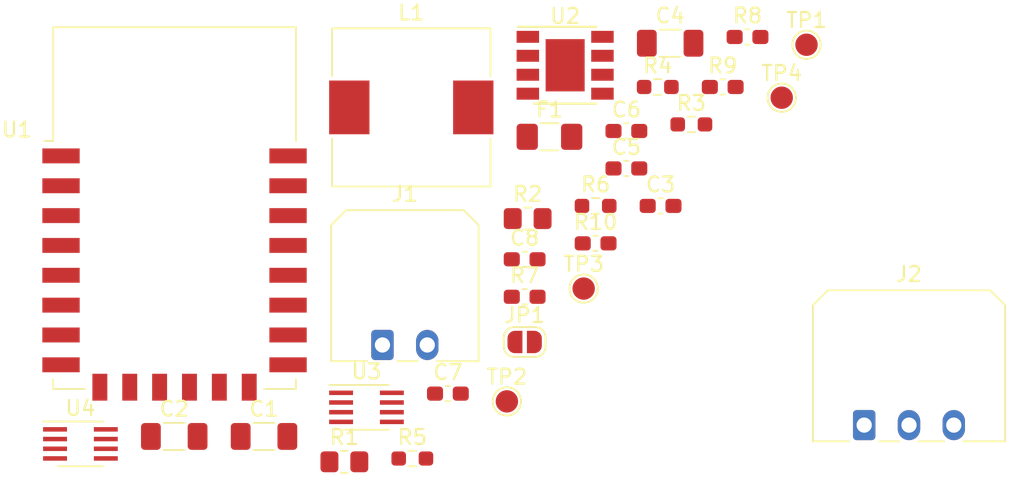
<source format=kicad_pcb>
(kicad_pcb (version 20211014) (generator pcbnew)
  (layers (0 "F.Cu" signal) (31 "B.Cu" signal) (34 "B.Paste" user) (35 "F.Paste" user) (36 "B.SilkS" user "B.Silkscreen") (37 "F.SilkS" user "F.Silkscreen") (38 "B.Mask" user) (39 "F.Mask" user) (44 "Edge.Cuts" user))
  (net 0 "")
  (net 1 "Net-(C1-Pad1)")
  (net 2 "GND")
  (net 3 "Net-(C2-Pad1)")
  (net 4 "Net-(C2-Pad2)")
  (net 5 "Net-(C3-Pad1)")
  (net 6 "Net-(C3-Pad2)")
  (net 7 "+5V")
  (net 8 "+3V3")
  (net 9 "VIN")
  (net 10 "ADC")
  (net 11 "Net-(R1-Pad2)")
  (net 12 "Net-(R3-Pad2)")
  (net 13 "Net-(R5-Pad1)")
  (net 14 "Net-(R7-Pad1)")
  (net 15 "WS2812B_GPIO_4")
  (net 16 "Net-(R8-Pad1)")
  (net 17 "WS2812B_GPIO_5")
  (net 18 "Net-(R9-Pad1)")
  (net 19 "WS2812B_GPIO_0")
  (net 20 "+3.3V")
  (net 21 "TX")
  (net 22 "RX")
  (net 26 "GPIO_14")
  (net 27 "GPIO_12")
  (net 28 "GPIO_13")
  (net 37 "GPIO_0")
  (net 38 "GPIO_4")
  (net 39 "GPIO_5")
  (footprint "Resistor_SMD:R_0603_1608Metric_Pad0.98x0.95mm_HandSolder" (layer "F.Cu") (at 69.25 167.05)
    (fp_text reference "R3" (at 0 -1.43) (layer "F.SilkS"))
    (fp_text value "10k")
    (fp_line (start -0.254724 -0.5225) (end 0.254724 -0.5225) (layer "F.SilkS") (width 0.12))
    (fp_line (start -0.254724 0.5225) (end 0.254724 0.5225) (layer "F.SilkS") (width 0.12))
    (pad "1" smd roundrect (at -0.9125 0) (size 0.975 0.95) (layers "F.Cu" "F.Paste" "F.Mask") (net 1 "Net-(C1-Pad1)"))
    (pad "2" smd roundrect (at 0.9125 0) (size 0.975 0.95) (layers "F.Cu" "F.Paste" "F.Mask") (net 12 "Net-(R3-Pad2)"))
  )
  (footprint "Capacitor_SMD:C_0603_1608Metric_Pad1.08x0.95mm_HandSolder" (layer "F.Cu") (at 64.9 167.49)
    (fp_text reference "C6" (at 0 -1.43) (layer "F.SilkS"))
    (fp_text value "100nF")
    (fp_line (start -0.146267 0.51) (end 0.146267 0.51) (layer "F.SilkS") (width 0.12))
    (fp_line (start -0.146267 -0.51) (end 0.146267 -0.51) (layer "F.SilkS") (width 0.12))
    (pad "1" smd roundrect (at -0.8625 0) (size 1.075 0.95) (layers "F.Cu" "F.Paste" "F.Mask") (net 2 "GND"))
    (pad "2" smd roundrect (at 0.8625 0) (size 1.075 0.95) (layers "F.Cu" "F.Paste" "F.Mask") (net 8 "+3V3"))
  )
  (footprint "Resistor_SMD:R_0603_1608Metric_Pad0.98x0.95mm_HandSolder" (layer "F.Cu") (at 50.57 189.44)
    (fp_text reference "R5" (at 0 -1.43) (layer "F.SilkS"))
    (fp_text value "10k")
    (fp_line (start -0.254724 -0.5225) (end 0.254724 -0.5225) (layer "F.SilkS") (width 0.12))
    (fp_line (start -0.254724 0.5225) (end 0.254724 0.5225) (layer "F.SilkS") (width 0.12))
    (pad "1" smd roundrect (at -0.9125 0) (size 0.975 0.95) (layers "F.Cu" "F.Paste" "F.Mask") (net 13 "Net-(R5-Pad1)"))
    (pad "2" smd roundrect (at 0.9125 0) (size 0.975 0.95) (layers "F.Cu" "F.Paste" "F.Mask") (net 2 "GND"))
  )
  (footprint "TestPoint:TestPoint_Pad_D1.5mm" (layer "F.Cu") (at 75.3 165.26)
    (fp_text reference "TP4" (at 0 -1.648) (layer "F.SilkS"))
    (fp_text value "GND")
    (fp_circle (center 0 0) (end 0 0.95) (layer "F.SilkS") (width 0.12) (fill none))
    (pad "1" smd circle (at 0 0) (size 1.5 1.5) (layers "F.Cu" "F.Mask") (net 2 "GND"))
  )
  (footprint "Package_SO:SSOP-8_2.95x2.8mm_P0.65mm" (layer "F.Cu") (at 47.5 186.01)
    (fp_text reference "U3" (at 0 -2.4) (layer "F.SilkS"))
    (fp_text value "TXS0102DCT")
    (fp_line (start 1.5 1.5) (end -1.5 1.5) (layer "F.SilkS") (width 0.12))
    (fp_line (start 1.5 -1.5) (end -2.5 -1.5) (layer "F.SilkS") (width 0.12))
    (pad "1" smd rect (at -1.7 -0.975 270) (size 0.3 1.6) (layers "F.Cu" "F.Paste" "F.Mask") (net 16 "Net-(R8-Pad1)"))
    (pad "2" smd rect (at -1.7 -0.325 270) (size 0.3 1.6) (layers "F.Cu" "F.Paste" "F.Mask") (net 2 "GND"))
    (pad "3" smd rect (at -1.7 0.325 270) (size 0.3 1.6) (layers "F.Cu" "F.Paste" "F.Mask") (net 8 "+3V3"))
    (pad "4" smd rect (at -1.7 0.975 270) (size 0.3 1.6) (layers "F.Cu" "F.Paste" "F.Mask") (net 39 "GPIO_5"))
    (pad "5" smd rect (at 1.7 0.975 270) (size 0.3 1.6) (layers "F.Cu" "F.Paste" "F.Mask") (net 38 "GPIO_4"))
    (pad "6" smd rect (at 1.7 0.325 270) (size 0.3 1.6) (layers "F.Cu" "F.Paste" "F.Mask") (net 8 "+3V3"))
    (pad "7" smd rect (at 1.7 -0.325 270) (size 0.3 1.6) (layers "F.Cu" "F.Paste" "F.Mask") (net 7 "+5V"))
    (pad "8" smd rect (at 1.7 -0.975 270) (size 0.3 1.6) (layers "F.Cu" "F.Paste" "F.Mask") (net 14 "Net-(R7-Pad1)"))
  )
  (footprint "Capacitor_SMD:C_0603_1608Metric_Pad1.08x0.95mm_HandSolder" (layer "F.Cu") (at 52.95 185.09)
    (fp_text reference "C7" (at 0 -1.43) (layer "F.SilkS"))
    (fp_text value "100nF")
    (fp_line (start -0.146267 0.51) (end 0.146267 0.51) (layer "F.SilkS") (width 0.12))
    (fp_line (start -0.146267 -0.51) (end 0.146267 -0.51) (layer "F.SilkS") (width 0.12))
    (pad "1" smd roundrect (at -0.8625 0) (size 1.075 0.95) (layers "F.Cu" "F.Paste" "F.Mask") (net 7 "+5V"))
    (pad "2" smd roundrect (at 0.8625 0) (size 1.075 0.95) (layers "F.Cu" "F.Paste" "F.Mask") (net 2 "GND"))
  )
  (footprint "Resistor_SMD:R_0603_1608Metric_Pad0.98x0.95mm_HandSolder" (layer "F.Cu") (at 67 164.54)
    (fp_text reference "R4" (at 0 -1.43) (layer "F.SilkS"))
    (fp_text value "6.8k")
    (fp_line (start -0.254724 -0.5225) (end 0.254724 -0.5225) (layer "F.SilkS") (width 0.12))
    (fp_line (start -0.254724 0.5225) (end 0.254724 0.5225) (layer "F.SilkS") (width 0.12))
    (pad "1" smd roundrect (at -0.9125 0) (size 0.975 0.95) (layers "F.Cu" "F.Paste" "F.Mask") (net 5 "Net-(C3-Pad1)"))
    (pad "2" smd roundrect (at 0.9125 0) (size 0.975 0.95) (layers "F.Cu" "F.Paste" "F.Mask") (net 2 "GND"))
  )
  (footprint "Capacitor_SMD:C_0603_1608Metric_Pad1.08x0.95mm_HandSolder" (layer "F.Cu") (at 58.09 178.6)
    (fp_text reference "R7" (at 0 -1.43) (layer "F.SilkS"))
    (fp_text value "300")
    (fp_line (start -0.146267 0.51) (end 0.146267 0.51) (layer "F.SilkS") (width 0.12))
    (fp_line (start -0.146267 -0.51) (end 0.146267 -0.51) (layer "F.SilkS") (width 0.12))
    (pad "1" smd roundrect (at -0.8625 0) (size 1.075 0.95) (layers "F.Cu" "F.Paste" "F.Mask") (net 14 "Net-(R7-Pad1)"))
    (pad "2" smd roundrect (at 0.8625 0) (size 1.075 0.95) (layers "F.Cu" "F.Paste" "F.Mask") (net 15 "WS2812B_GPIO_4"))
  )
  (footprint "RF_Module:ESP-12E" (layer "F.Cu") (at 34.65 172.66)
    (fp_text reference "U1" (at -10.56 -5.26) (layer "F.SilkS"))
    (fp_text value "ESP-12F")
    (fp_line (start 8.12 12.12) (end 6 12.12) (layer "F.SilkS") (width 0.12))
    (fp_line (start -8.12 -12.12) (end 8.12 -12.12) (layer "F.SilkS") (width 0.12))
    (fp_line (start -6 12.12) (end -8.12 12.12) (layer "F.SilkS") (width 0.12))
    (fp_line (start -8.12 12.12) (end -8.12 11.5) (layer "F.SilkS") (width 0.12))
    (fp_line (start 8.12 11.5) (end 8.12 12.12) (layer "F.SilkS") (width 0.12))
    (fp_line (start -8.12 -4.5) (end -8.12 -12.12) (layer "F.SilkS") (width 0.12))
    (fp_line (start -8.12 -4.5) (end -8.73 -4.5) (layer "F.SilkS") (width 0.12))
    (fp_line (start 8.12 -12.12) (end 8.12 -4.5) (layer "F.SilkS") (width 0.12))
    (pad "1" smd rect (at -7.6 -3.5) (size 2.5 1) (layers "F.Cu" "F.Paste" "F.Mask"))
    (pad "2" smd rect (at -7.6 -1.5) (size 2.5 1) (layers "F.Cu" "F.Paste" "F.Mask") (net 11 "Net-(R1-Pad2)"))
    (pad "3" smd rect (at -7.6 0.5) (size 2.5 1) (layers "F.Cu" "F.Paste" "F.Mask"))
    (pad "4" smd rect (at -7.6 2.5) (size 2.5 1) (layers "F.Cu" "F.Paste" "F.Mask"))
    (pad "5" smd rect (at -7.6 4.5) (size 2.5 1) (layers "F.Cu" "F.Paste" "F.Mask") (net 26 "GPIO_14"))
    (pad "6" smd rect (at -7.6 6.5) (size 2.5 1) (layers "F.Cu" "F.Paste" "F.Mask") (net 27 "GPIO_12"))
    (pad "7" smd rect (at -7.6 8.5) (size 2.5 1) (layers "F.Cu" "F.Paste" "F.Mask") (net 28 "GPIO_13"))
    (pad "8" smd rect (at -7.6 10.5) (size 2.5 1) (layers "F.Cu" "F.Paste" "F.Mask") (net 8 "+3V3"))
    (pad "9" smd rect (at -5 12) (size 1 1.8) (layers "F.Cu" "F.Paste" "F.Mask"))
    (pad "10" smd rect (at -3 12) (size 1 1.8) (layers "F.Cu" "F.Paste" "F.Mask"))
    (pad "11" smd rect (at -1 12) (size 1 1.8) (layers "F.Cu" "F.Paste" "F.Mask"))
    (pad "12" smd rect (at 1 12) (size 1 1.8) (layers "F.Cu" "F.Paste" "F.Mask"))
    (pad "13" smd rect (at 3 12) (size 1 1.8) (layers "F.Cu" "F.Paste" "F.Mask"))
    (pad "14" smd rect (at 5 12) (size 1 1.8) (layers "F.Cu" "F.Paste" "F.Mask"))
    (pad "15" smd rect (at 7.6 10.5) (size 2.5 1) (layers "F.Cu" "F.Paste" "F.Mask") (net 2 "GND"))
    (pad "16" smd rect (at 7.6 8.5) (size 2.5 1) (layers "F.Cu" "F.Paste" "F.Mask"))
    (pad "17" smd rect (at 7.6 6.5) (size 2.5 1) (layers "F.Cu" "F.Paste" "F.Mask"))
    (pad "18" smd rect (at 7.6 4.5) (size 2.5 1) (layers "F.Cu" "F.Paste" "F.Mask") (net 37 "GPIO_0"))
    (pad "19" smd rect (at 7.6 2.5) (size 2.5 1) (layers "F.Cu" "F.Paste" "F.Mask") (net 38 "GPIO_4"))
    (pad "20" smd rect (at 7.6 0.5) (size 2.5 1) (layers "F.Cu" "F.Paste" "F.Mask") (net 39 "GPIO_5"))
    (pad "21" smd rect (at 7.6 -1.5) (size 2.5 1) (layers "F.Cu" "F.Paste" "F.Mask") (net 22 "RX"))
    (pad "22" smd rect (at 7.6 -3.5) (size 2.5 1) (layers "F.Cu" "F.Paste" "F.Mask") (net 21 "TX"))
  )
  (footprint "Connector_Molex:Molex_Micro-Fit_3.0_43650-0300_1x03_P3.00mm_Horizontal" (layer "F.Cu") (at 80.82 187.2)
    (fp_text reference "J2" (at 3 -10.12) (layer "F.SilkS"))
    (fp_text value "Conn_01x03_Female")
    (fp_line (start -2.435 -9.03) (end 8.435 -9.03) (layer "F.SilkS") (width 0.12))
    (fp_line (start 3.651767 1.09) (end 5.348233 1.09) (layer "F.SilkS") (width 0.12))
    (fp_line (start 1.01 1.09) (end 2.348233 1.09) (layer "F.SilkS") (width 0.12))
    (fp_line (start -3.435 1.09) (end -1.01 1.09) (layer "F.SilkS") (width 0.12))
    (fp_line (start -3.435 1.09) (end -3.435 -8.03) (layer "F.SilkS") (width 0.12))
    (fp_line (start 9.435 1.09) (end 6.651767 1.09) (layer "F.SilkS") (width 0.12))
    (fp_line (start 9.435 -8.03) (end 9.435 1.09) (layer "F.SilkS") (width 0.12))
    (fp_line (start 8.435 -9.03) (end 9.435 -8.03) (layer "F.SilkS") (width 0.12))
    (fp_line (start -3.435 -8.03) (end -2.435 -9.03) (layer "F.SilkS") (width 0.12))
    (pad "" np_thru_hole circle (at 3 -4.32) (size 3 3) (drill 3) (layers *.Cu *.Mask))
    (pad "1" thru_hole roundrect (at 0 0) (size 1.5 2.02) (drill 1.02) (layers *.Cu *.Mask) (roundrect_rratio 0.166667) (net 7 "+5V"))
    (pad "2" thru_hole oval (at 3 0) (size 1.5 2.02) (drill 1.02) (layers *.Cu *.Mask) (net 2 "GND"))
    (pad "3" thru_hole oval (at 6 0) (size 1.5 2.02) (drill 1.02) (layers *.Cu *.Mask) (net 19 "WS2812B_GPIO_0"))
  )
  (footprint "Package_SO:Diodes_SO-8EP" (layer "F.Cu") (at 60.8 163.085)
    (fp_text reference "U2" (at 0 -3.3) (layer "F.SilkS"))
    (fp_text value "AP6503")
    (fp_line (start -2.075 2.575) (end 2.075 2.575) (layer "F.SilkS") (width 0.15))
    (fp_line (start -3.175 -2.575) (end 2.075 -2.575) (layer "F.SilkS") (width 0.15))
    (pad "1" smd rect (at -2.4975 -1.905) (size 1.505 0.802) (layers "F.Cu" "F.Paste" "F.Mask") (net 3 "Net-(C2-Pad1)"))
    (pad "2" smd rect (at -2.4975 -0.635) (size 1.505 0.802) (layers "F.Cu" "F.Paste" "F.Mask") (net 1 "Net-(C1-Pad1)"))
    (pad "3" smd rect (at -2.4975 0.635) (size 1.505 0.802) (layers "F.Cu" "F.Paste" "F.Mask") (net 4 "Net-(C2-Pad2)"))
    (pad "4" smd rect (at -2.4975 1.905) (size 1.505 0.802) (layers "F.Cu" "F.Paste" "F.Mask") (net 2 "GND"))
    (pad "5" smd rect (at 2.4975 1.905) (size 1.505 0.802) (layers "F.Cu" "F.Paste" "F.Mask") (net 13 "Net-(R5-Pad1)"))
    (pad "6" smd rect (at 2.4975 0.635) (size 1.505 0.802) (layers "F.Cu" "F.Paste" "F.Mask") (net 6 "Net-(C3-Pad2)"))
    (pad "7" smd rect (at 2.4975 -0.635) (size 1.505 0.802) (layers "F.Cu" "F.Paste" "F.Mask") (net 12 "Net-(R3-Pad2)"))
    (pad "8" smd rect (at 2.4975 -1.905) (size 1.505 0.802) (layers "F.Cu" "F.Paste" "F.Mask"))
    (pad "9" smd rect (at 0 0) (size 2.613 3.502) (layers "F.Cu" "F.Paste" "F.Mask") (net 2 "GND"))
  )
  (footprint "Package_SO:SSOP-8_2.95x2.8mm_P0.65mm" (layer "F.Cu") (at 28.35 188.46)
    (fp_text reference "U4" (at 0 -2.4) (layer "F.SilkS"))
    (fp_text value "TXS0102DCT")
    (fp_line (start 1.5 1.5) (end -1.5 1.5) (layer "F.SilkS") (width 0.12))
    (fp_line (start 1.5 -1.5) (end -2.5 -1.5) (layer "F.SilkS") (width 0.12))
    (pad "1" smd rect (at -1.7 -0.975 270) (size 0.3 1.6) (layers "F.Cu" "F.Paste" "F.Mask") (net 18 "Net-(R9-Pad1)"))
    (pad "2" smd rect (at -1.7 -0.325 270) (size 0.3 1.6) (layers "F.Cu" "F.Paste" "F.Mask") (net 2 "GND"))
    (pad "3" smd rect (at -1.7 0.325 270) (size 0.3 1.6) (layers "F.Cu" "F.Paste" "F.Mask") (net 8 "+3V3"))
    (pad "4" smd rect (at -1.7 0.975 270) (size 0.3 1.6) (layers "F.Cu" "F.Paste" "F.Mask") (net 37 "GPIO_0"))
    (pad "5" smd rect (at 1.7 0.975 270) (size 0.3 1.6) (layers "F.Cu" "F.Paste" "F.Mask"))
    (pad "6" smd rect (at 1.7 0.325 270) (size 0.3 1.6) (layers "F.Cu" "F.Paste" "F.Mask") (net 8 "+3V3"))
    (pad "7" smd rect (at 1.7 -0.325 270) (size 0.3 1.6) (layers "F.Cu" "F.Paste" "F.Mask") (net 7 "+5V"))
    (pad "8" smd rect (at 1.7 -0.975 270) (size 0.3 1.6) (layers "F.Cu" "F.Paste" "F.Mask"))
  )
  (footprint "Fuse:Fuse_1206_3216Metric_Pad1.42x1.75mm_HandSolder" (layer "F.Cu") (at 59.75 167.88)
    (fp_text reference "F1" (at 0 -1.82) (layer "F.SilkS"))
    (fp_text value "5A")
    (fp_line (start -0.602064 -0.91) (end 0.602064 -0.91) (layer "F.SilkS") (width 0.12))
    (fp_line (start -0.602064 0.91) (end 0.602064 0.91) (layer "F.SilkS") (width 0.12))
    (pad "1" smd roundrect (at -1.4875 0) (size 1.425 1.75) (layers "F.Cu" "F.Paste" "F.Mask") (roundrect_rratio 0.175439) (net 9 "VIN"))
    (pad "2" smd roundrect (at 1.4875 0) (size 1.425 1.75) (layers "F.Cu" "F.Paste" "F.Mask") (roundrect_rratio 0.175439) (net 1 "Net-(C1-Pad1)"))
  )
  (footprint "Jumper:SolderJumper-2_P1.3mm_Open_RoundedPad1.0x1.5mm" (layer "F.Cu") (at 58.09 181.63)
    (fp_text reference "JP1" (at 0 -1.8) (layer "F.SilkS"))
    (fp_text value "SolderJumper_2_Open")
    (fp_line (start -1.4 0.3) (end -1.4 -0.3) (layer "F.SilkS") (width 0.12))
    (fp_line (start 0.7 1) (end -0.7 1) (layer "F.SilkS") (width 0.12))
    (fp_line (start 1.4 -0.3) (end 1.4 0.3) (layer "F.SilkS") (width 0.12))
    (fp_line (start -0.7 -1) (end 0.7 -1) (layer "F.SilkS") (width 0.12))
    (fp_arc (start -0.7 1) (mid -1.194975 0.794975) (end -1.4 0.3) (layer "F.SilkS") (width 0.12))
    (fp_arc (start -1.4 -0.3) (mid -1.194975 -0.794975) (end -0.7 -1) (layer "F.SilkS") (width 0.12))
    (fp_arc (start 1.4 0.3) (mid 1.194975 0.794975) (end 0.7 1) (layer "F.SilkS") (width 0.12))
    (fp_arc (start 0.7 -1) (mid 1.194975 -0.794975) (end 1.4 -0.3) (layer "F.SilkS") (width 0.12))
    (pad "1" smd custom (at -0.65 0) (size 1 0.5) (layers "F.Cu" "F.Mask") (net 9 "VIN") (options (clearance outline) (anchor rect)) (primitives (gr_circle (center 0 0.25) (end 0.5 0.25) (width 0) (fill yes)) (gr_circle (center 0 -0.25) (end 0.5 -0.25) (width 0) (fill yes)) (gr_poly (pts (xy 0.5 0.75) (xy 0 0.75) (xy 0 -0.75) (xy 0.5 -0.75)) (width 0) (fill yes))))
    (pad "2" smd custom (at 0.65 0) (size 1 0.5) (layers "F.Cu" "F.Mask") (net 7 "+5V") (options (clearance outline) (anchor rect)) (primitives (gr_circle (center 0 0.25) (end 0.5 0.25) (width 0) (fill yes)) (gr_circle (center 0 -0.25) (end 0.5 -0.25) (width 0) (fill yes)) (gr_poly (pts (xy 0 0.75) (xy -0.5 0.75) (xy -0.5 -0.75) (xy 0 -0.75)) (width 0) (fill yes))))
  )
  (footprint "Resistor_SMD:R_0805_2012Metric_Pad1.20x1.40mm_HandSolder" (layer "F.Cu") (at 58.29 173.36)
    (fp_text reference "R2" (at 0 -1.65) (layer "F.SilkS"))
    (fp_text value "4.7k")
    (fp_line (start -0.227064 0.735) (end 0.227064 0.735) (layer "F.SilkS") (width 0.12))
    (fp_line (start -0.227064 -0.735) (end 0.227064 -0.735) (layer "F.SilkS") (width 0.12))
    (pad "1" smd roundrect (at -1 0) (size 1.2 1.4) (layers "F.Cu" "F.Paste" "F.Mask") (roundrect_rratio 0.208333) (net 11 "Net-(R1-Pad2)"))
    (pad "2" smd roundrect (at 1 0) (size 1.2 1.4) (layers "F.Cu" "F.Paste" "F.Mask") (roundrect_rratio 0.208333) (net 2 "GND"))
  )
  (footprint "Capacitor_SMD:C_0603_1608Metric_Pad1.08x0.95mm_HandSolder" (layer "F.Cu") (at 71.35 164.54)
    (fp_text reference "R9" (at 0 -1.43) (layer "F.SilkS"))
    (fp_text value "300")
    (fp_line (start -0.146267 0.51) (end 0.146267 0.51) (layer "F.SilkS") (width 0.12))
    (fp_line (start -0.146267 -0.51) (end 0.146267 -0.51) (layer "F.SilkS") (width 0.12))
    (pad "1" smd roundrect (at -0.8625 0) (size 1.075 0.95) (layers "F.Cu" "F.Paste" "F.Mask") (net 18 "Net-(R9-Pad1)"))
    (pad "2" smd roundrect (at 0.8625 0) (size 1.075 0.95) (layers "F.Cu" "F.Paste" "F.Mask") (net 19 "WS2812B_GPIO_0"))
  )
  (footprint "Capacitor_SMD:C_0603_1608Metric_Pad1.08x0.95mm_HandSolder" (layer "F.Cu") (at 62.84 175.02)
    (fp_text reference "R10" (at 0 -1.43) (layer "F.SilkS"))
    (fp_text value "10k")
    (fp_line (start -0.146267 0.51) (end 0.146267 0.51) (layer "F.SilkS") (width 0.12))
    (fp_line (start -0.146267 -0.51) (end 0.146267 -0.51) (layer "F.SilkS") (width 0.12))
    (pad "1" smd roundrect (at -0.8625 0) (size 1.075 0.95) (layers "F.Cu" "F.Paste" "F.Mask") (net 2 "GND"))
    (pad "2" smd roundrect (at 0.8625 0) (size 1.075 0.95) (layers "F.Cu" "F.Paste" "F.Mask") (net 8 "+3V3"))
  )
  (footprint "TestPoint:TestPoint_Pad_D1.5mm" (layer "F.Cu") (at 62.04 178.05)
    (fp_text reference "TP3" (at 0 -1.648) (layer "F.SilkS"))
    (fp_text value "RX")
    (fp_circle (center 0 0) (end 0 0.95) (layer "F.SilkS") (width 0.12) (fill none))
    (pad "1" smd circle (at 0 0) (size 1.5 1.5) (layers "F.Cu" "F.Mask") (net 22 "RX"))
  )
  (footprint "Inductor_SMD:L_10.4x10.4_H4.8" (layer "F.Cu") (at 50.5 165.91)
    (fp_text reference "L1" (at 0 -6.35) (layer "F.SilkS"))
    (fp_text value "10uH")
    (fp_line (start -5.3 -2.1) (end -5.3 -5.3) (layer "F.SilkS") (width 0.12))
    (fp_line (start 5.3 2.1) (end 5.3 5.3) (layer "F.SilkS") (width 0.12))
    (fp_line (start 5.3 5.3) (end -5.3 5.3) (layer "F.SilkS") (width 0.12))
    (fp_line (start -5.3 5.3) (end -5.3 2.1) (layer "F.SilkS") (width 0.12))
    (fp_line (start 5.3 -5.3) (end 5.3 -2.1) (layer "F.SilkS") (width 0.12))
    (fp_line (start -5.3 -5.3) (end 5.3 -5.3) (layer "F.SilkS") (width 0.12))
    (pad "1" smd rect (at -4.15 0) (size 2.7 3.6) (layers "F.Cu" "F.Paste" "F.Mask") (net 4 "Net-(C2-Pad2)"))
    (pad "2" smd rect (at 4.15 0) (size 2.7 3.6) (layers "F.Cu" "F.Paste" "F.Mask") (net 7 "+5V"))
  )
  (footprint "Resistor_SMD:R_0603_1608Metric_Pad0.98x0.95mm_HandSolder" (layer "F.Cu") (at 62.84 172.51)
    (fp_text reference "R6" (at 0 -1.43) (layer "F.SilkS"))
    (fp_text value "45.3k")
    (fp_line (start -0.254724 -0.5225) (end 0.254724 -0.5225) (layer "F.SilkS") (width 0.12))
    (fp_line (start -0.254724 0.5225) (end 0.254724 0.5225) (layer "F.SilkS") (width 0.12))
    (pad "1" smd roundrect (at -0.9125 0) (size 0.975 0.95) (layers "F.Cu" "F.Paste" "F.Mask") (net 13 "Net-(R5-Pad1)"))
    (pad "2" smd roundrect (at 0.9125 0) (size 0.975 0.95) (layers "F.Cu" "F.Paste" "F.Mask") (net 7 "+5V"))
  )
  (footprint "Capacitor_SMD:C_1206_3216Metric_Pad1.33x1.80mm_HandSolder" (layer "F.Cu") (at 34.63 187.96)
    (fp_text reference "C2" (at 0 -1.85) (layer "F.SilkS"))
    (fp_text value "22uF")
    (fp_line (start -0.711252 0.91) (end 0.711252 0.91) (layer "F.SilkS") (width 0.12))
    (fp_line (start -0.711252 -0.91) (end 0.711252 -0.91) (layer "F.SilkS") (width 0.12))
    (pad "1" smd roundrect (at -1.5625 0) (size 1.325 1.8) (layers "F.Cu" "F.Paste" "F.Mask") (roundrect_rratio 0.188679) (net 3 "Net-(C2-Pad1)"))
    (pad "2" smd roundrect (at 1.5625 0) (size 1.325 1.8) (layers "F.Cu" "F.Paste" "F.Mask") (roundrect_rratio 0.188679) (net 4 "Net-(C2-Pad2)"))
  )
  (footprint "TestPoint:TestPoint_Pad_D1.5mm" (layer "F.Cu") (at 76.96 161.71)
    (fp_text reference "TP1" (at 0 -1.648) (layer "F.SilkS"))
    (fp_text value "+3.3V")
    (fp_circle (center 0 0) (end 0 0.95) (layer "F.SilkS") (width 0.12) (fill none))
    (pad "1" smd circle (at 0 0) (size 1.5 1.5) (layers "F.Cu" "F.Mask") (net 20 "+3.3V"))
  )
  (footprint "Capacitor_SMD:C_0603_1608Metric_Pad1.08x0.95mm_HandSolder" (layer "F.Cu") (at 58.09 176.09)
    (fp_text reference "C8" (at 0 -1.43) (layer "F.SilkS"))
    (fp_text value "100nF")
    (fp_line (start -0.146267 -0.51) (end 0.146267 -0.51) (layer "F.SilkS") (width 0.12))
    (fp_line (start -0.146267 0.51) (end 0.146267 0.51) (layer "F.SilkS") (width 0.12))
    (pad "1" smd roundrect (at -0.8625 0) (size 1.075 0.95) (layers "F.Cu" "F.Paste" "F.Mask") (net 7 "+5V"))
    (pad "2" smd roundrect (at 0.8625 0) (size 1.075 0.95) (layers "F.Cu" "F.Paste" "F.Mask") (net 2 "GND"))
  )
  (footprint "TestPoint:TestPoint_Pad_D1.5mm" (layer "F.Cu") (at 56.9 185.61)
    (fp_text reference "TP2" (at 0 -1.648) (layer "F.SilkS"))
    (fp_text value "TX")
    (fp_circle (center 0 0) (end 0 0.95) (layer "F.SilkS") (width 0.12) (fill none))
    (pad "1" smd circle (at 0 0) (size 1.5 1.5) (layers "F.Cu" "F.Mask") (net 21 "TX"))
  )
  (footprint "Connector_Molex:Molex_Micro-Fit_3.0_43650-0200_1x02_P3.00mm_Horizontal" (layer "F.Cu") (at 48.57 181.83)
    (fp_text reference "J1" (at 1.5 -10.12) (layer "F.SilkS"))
    (fp_text value "Molex Micro-fit 2x1")
    (fp_line (start 6.435 -8.03) (end 6.435 1.09) (layer "F.SilkS") (width 0.12))
    (fp_line (start -2.435 -9.03) (end 5.435 -9.03) (layer "F.SilkS") (width 0.12))
    (fp_line (start -3.435 1.09) (end -3.435 -8.03) (layer "F.SilkS") (width 0.12))
    (fp_line (start -3.435 1.09) (end -1.01 1.09) (layer "F.SilkS") (width 0.12))
    (fp_line (start 6.435 1.09) (end 3.651767 1.09) (layer "F.SilkS") (width 0.12))
    (fp_line (start -3.435 -8.03) (end -2.435 -9.03) (layer "F.SilkS") (width 0.12))
    (fp_line (start 1.01 1.09) (end 2.348233 1.09) (layer "F.SilkS") (width 0.12))
    (fp_line (start 5.435 -9.03) (end 6.435 -8.03) (layer "F.SilkS") (width 0.12))
    (pad "" np_thru_hole circle (at 1.5 -4.32) (size 3 3) (drill 3) (layers *.Cu *.Mask))
    (pad "1" thru_hole roundrect (at 0 0) (size 1.5 2.02) (drill 1.02) (layers *.Cu *.Mask) (roundrect_rratio 0.166667) (net 2 "GND"))
    (pad "2" thru_hole oval (at 3 0) (size 1.5 2.02) (drill 1.02) (layers *.Cu *.Mask) (net 9 "VIN"))
  )
  (footprint "Capacitor_SMD:C_1206_3216Metric_Pad1.33x1.80mm_HandSolder" (layer "F.Cu") (at 40.64 187.96)
    (fp_text reference "C1" (at 0 -1.85) (layer "F.SilkS"))
    (fp_text value "22uF")
    (fp_line (start -0.711252 -0.91) (end 0.711252 -0.91) (layer "F.SilkS") (width 0.12))
    (fp_line (start -0.711252 0.91) (end 0.711252 0.91) (layer "F.SilkS") (width 0.12))
    (pad "1" smd roundrect (at -1.5625 0) (size 1.325 1.8) (layers "F.Cu" "F.Paste" "F.Mask") (roundrect_rratio 0.188679) (net 1 "Net-(C1-Pad1)"))
    (pad "2" smd roundrect (at 1.5625 0) (size 1.325 1.8) (layers "F.Cu" "F.Paste" "F.Mask") (roundrect_rratio 0.188679) (net 2 "GND"))
  )
  (footprint "Capacitor_SMD:C_1206_3216Metric_Pad1.33x1.80mm_HandSolder" (layer "F.Cu") (at 67.83 161.61)
    (fp_text reference "C4" (at 0 -1.85) (layer "F.SilkS"))
    (fp_text value "47uF")
    (fp_line (start -0.711252 0.91) (end 0.711252 0.91) (layer "F.SilkS") (width 0.12))
    (fp_line (start -0.711252 -0.91) (end 0.711252 -0.91) (layer "F.SilkS") (width 0.12))
    (pad "1" smd roundrect (at -1.5625 0) (size 1.325 1.8) (layers "F.Cu" "F.Paste" "F.Mask") (roundrect_rratio 0.188679) (net 7 "+5V"))
    (pad "2" smd roundrect (at 1.5625 0) (size 1.325 1.8) (layers "F.Cu" "F.Paste" "F.Mask") (roundrect_rratio 0.188679) (net 2 "GND"))
  )
  (footprint "Capacitor_SMD:C_0603_1608Metric_Pad1.08x0.95mm_HandSolder" (layer "F.Cu") (at 73.01 161.19)
    (fp_text reference "R8" (at 0 -1.43) (layer "F.SilkS"))
    (fp_text value "300")
    (fp_line (start -0.146267 0.51) (end 0.146267 0.51) (layer "F.SilkS") (width 0.12))
    (fp_line (start -0.146267 -0.51) (end 0.146267 -0.51) (layer "F.SilkS") (width 0.12))
    (pad "1" smd roundrect (at -0.8625 0) (size 1.075 0.95) (layers "F.Cu" "F.Paste" "F.Mask") (net 16 "Net-(R8-Pad1)"))
    (pad "2" smd roundrect (at 0.8625 0) (size 1.075 0.95) (layers "F.Cu" "F.Paste" "F.Mask") (net 17 "WS2812B_GPIO_5"))
  )
  (footprint "Capacitor_SMD:C_0603_1608Metric_Pad1.08x0.95mm_HandSolder" (layer "F.Cu") (at 64.9 170)
    (fp_text reference "C5" (at 0 -1.43) (layer "F.SilkS"))
    (fp_text value "100nF")
    (fp_line (start -0.146267 0.51) (end 0.146267 0.51) (layer "F.SilkS") (width 0.12))
    (fp_line (start -0.146267 -0.51) (end 0.146267 -0.51) (layer "F.SilkS") (width 0.12))
    (pad "1" smd roundrect (at -0.8625 0) (size 1.075 0.95) (layers "F.Cu" "F.Paste" "F.Mask") (net 2 "GND"))
    (pad "2" smd roundrect (at 0.8625 0) (size 1.075 0.95) (layers "F.Cu" "F.Paste" "F.Mask") (net 8 "+3V3"))
  )
  (footprint "Resistor_SMD:R_0805_2012Metric_Pad1.20x1.40mm_HandSolder" (layer "F.Cu") (at 46.02 189.66)
    (fp_text reference "R1" (at 0 -1.65) (layer "F.SilkS"))
    (fp_text value "68k")
    (fp_line (start -0.227064 0.735) (end 0.227064 0.735) (layer "F.SilkS") (width 0.12))
    (fp_line (start -0.227064 -0.735) (end 0.227064 -0.735) (layer "F.SilkS") (width 0.12))
    (pad "1" smd roundrect (at -1 0) (size 1.2 1.4) (layers "F.Cu" "F.Paste" "F.Mask") (roundrect_rratio 0.208333) (net 10 "ADC"))
    (pad "2" smd roundrect (at 1 0) (size 1.2 1.4) (layers "F.Cu" "F.Paste" "F.Mask") (roundrect_rratio 0.208333) (net 11 "Net-(R1-Pad2)"))
  )
  (footprint "Capacitor_SMD:C_0603_1608Metric_Pad1.08x0.95mm_HandSolder" (layer "F.Cu") (at 67.19 172.51)
    (fp_text reference "C3" (at 0 -1.43) (layer "F.SilkS"))
    (fp_text value "22uF")
    (fp_line (start -0.146267 -0.51) (end 0.146267 -0.51) (layer "F.SilkS") (width 0.12))
    (fp_line (start -0.146267 0.51) (end 0.146267 0.51) (layer "F.SilkS") (width 0.12))
    (pad "1" smd roundrect (at -0.8625 0) (size 1.075 0.95) (layers "F.Cu" "F.Paste" "F.Mask") (net 5 "Net-(C3-Pad1)"))
    (pad "2" smd roundrect (at 0.8625 0) (size 1.075 0.95) (layers "F.Cu" "F.Paste" "F.Mask") (net 6 "Net-(C3-Pad2)"))
  )
)
</source>
